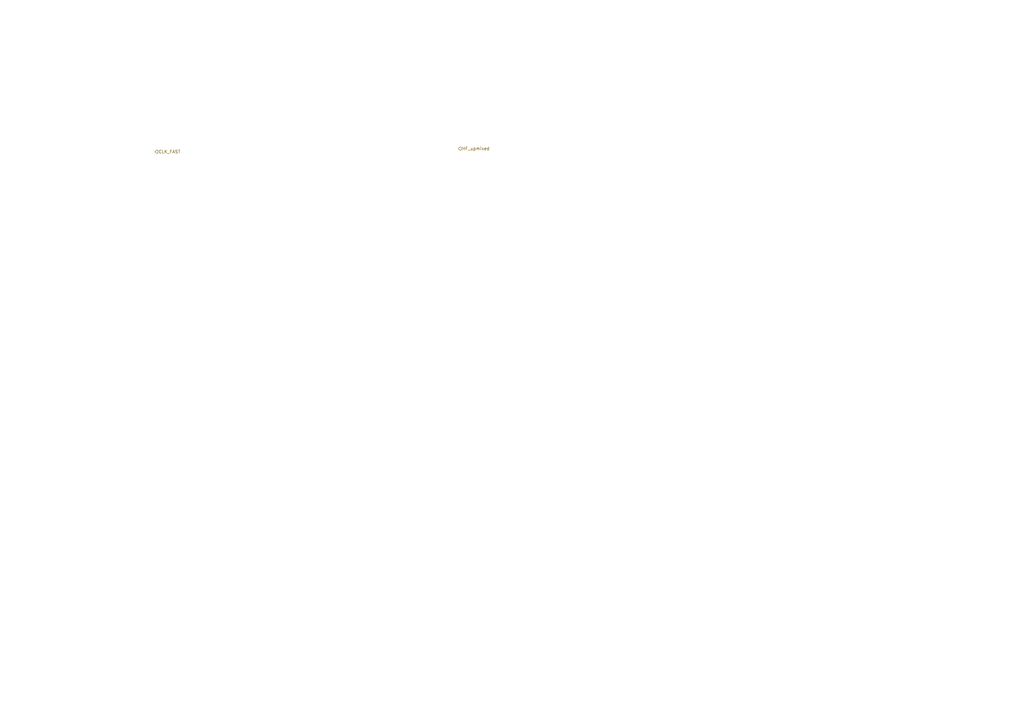
<source format=kicad_sch>
(kicad_sch (version 20211123) (generator eeschema)
  (paper "A3")
  (lib_symbols)
  (hierarchical_label "HF_upmixed" (shape input) (at 187.96 60.96 0))
  (hierarchical_label "CLK_FAST" (shape input) (at 63.5 62.23 0))
)
</source>
